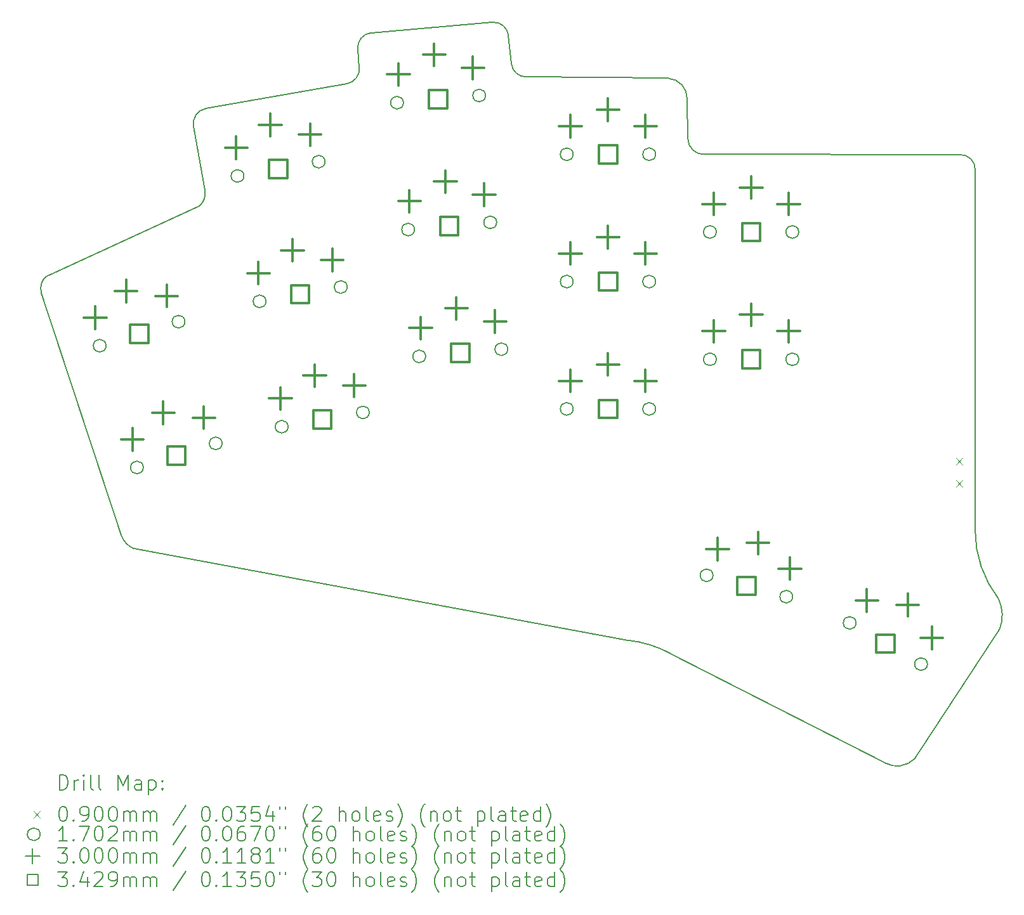
<source format=gbr>
%FSLAX45Y45*%
G04 Gerber Fmt 4.5, Leading zero omitted, Abs format (unit mm)*
G04 Created by KiCad (PCBNEW (6.0.4-0)) date 2022-04-28 13:47:01*
%MOMM*%
%LPD*%
G01*
G04 APERTURE LIST*
%TA.AperFunction,Profile*%
%ADD10C,0.150000*%
%TD*%
%ADD11C,0.200000*%
%ADD12C,0.090000*%
%ADD13C,0.170180*%
%ADD14C,0.300000*%
%ADD15C,0.342900*%
G04 APERTURE END LIST*
D10*
X10251727Y11883106D02*
G75*
G03*
X10450959Y11700537I199233J17424D01*
G01*
X12608825Y10870340D02*
X12598400Y11404600D01*
X8058800Y11611548D02*
G75*
G03*
X8223309Y11825945I-34731J196962D01*
G01*
X16763999Y4318001D02*
G75*
G03*
X16752859Y4733046I-472509J194990D01*
G01*
X16441111Y5648503D02*
G75*
G03*
X16752859Y4733046I1499999J-3D01*
G01*
X6012082Y11047576D02*
X6163049Y10187462D01*
X11806780Y4180264D02*
X5213573Y5402893D01*
X8383412Y12290698D02*
X9997248Y12431891D01*
X5045087Y5585913D02*
G75*
G03*
X5213573Y5402893I284373J92727D01*
G01*
X16241109Y10662943D02*
X12811720Y10667647D01*
X10450959Y11700537D02*
X12344400Y11684000D01*
X3981545Y8816164D02*
X5045086Y5585913D01*
X10213921Y12250083D02*
G75*
G03*
X9997248Y12431891I-199241J-17433D01*
G01*
X12608823Y10870340D02*
G75*
G03*
X12811720Y10667647I208337J5651D01*
G01*
X6174314Y11279267D02*
G75*
G03*
X6012083Y11047576I34730J-196961D01*
G01*
X15635421Y2598579D02*
X16764000Y4318000D01*
X12374669Y4003459D02*
G75*
G03*
X11806780Y4180264I-740959J-1379509D01*
G01*
X15240000Y2540000D02*
X12374669Y4003459D01*
X12598400Y11404600D02*
G75*
G03*
X12344400Y11684000I-271540J8300D01*
G01*
X15239997Y2539995D02*
G75*
G03*
X15635421Y2598579I158233J295765D01*
G01*
X4045827Y9037960D02*
G75*
G03*
X3981545Y8816164I127373J-157130D01*
G01*
X10213918Y12250083D02*
X10251720Y11883106D01*
X6174314Y11279267D02*
X8058800Y11611553D01*
X6089110Y9978178D02*
G75*
G03*
X6163049Y10187462I-151740J171312D01*
G01*
X8383413Y12290696D02*
G75*
G03*
X8201605Y12074028I17427J-199236D01*
G01*
X4045827Y9037960D02*
X6089109Y9978180D01*
X8223309Y11825945D02*
X8201605Y12074028D01*
X16441105Y10464800D02*
G75*
G03*
X16241109Y10662943I-193446J4750D01*
G01*
X16441109Y5648503D02*
X16441109Y10464800D01*
D11*
D12*
X16183737Y6616267D02*
X16273737Y6526267D01*
X16273737Y6616267D02*
X16183737Y6526267D01*
X16183737Y6316267D02*
X16273737Y6226267D01*
X16273737Y6316267D02*
X16183737Y6226267D01*
D13*
X4843348Y8112192D02*
G75*
G03*
X4843348Y8112192I-85090J0D01*
G01*
X4843348Y8112192D02*
G75*
G03*
X4843348Y8112192I-85090J0D01*
G01*
X5340380Y6486474D02*
G75*
G03*
X5340380Y6486474I-85090J0D01*
G01*
X5340380Y6486474D02*
G75*
G03*
X5340380Y6486474I-85090J0D01*
G01*
X5895283Y8433801D02*
G75*
G03*
X5895283Y8433801I-85090J0D01*
G01*
X5895283Y8433801D02*
G75*
G03*
X5895283Y8433801I-85090J0D01*
G01*
X6392315Y6808083D02*
G75*
G03*
X6392315Y6808083I-85090J0D01*
G01*
X6392315Y6808083D02*
G75*
G03*
X6392315Y6808083I-85090J0D01*
G01*
X6682157Y10379000D02*
G75*
G03*
X6682157Y10379000I-85090J0D01*
G01*
X6682157Y10379000D02*
G75*
G03*
X6682157Y10379000I-85090J0D01*
G01*
X6977359Y8704827D02*
G75*
G03*
X6977359Y8704827I-85090J0D01*
G01*
X6977359Y8704827D02*
G75*
G03*
X6977359Y8704827I-85090J0D01*
G01*
X7272560Y7030654D02*
G75*
G03*
X7272560Y7030654I-85090J0D01*
G01*
X7272560Y7030654D02*
G75*
G03*
X7272560Y7030654I-85090J0D01*
G01*
X7765445Y10570013D02*
G75*
G03*
X7765445Y10570013I-85090J0D01*
G01*
X7765445Y10570013D02*
G75*
G03*
X7765445Y10570013I-85090J0D01*
G01*
X8060647Y8895840D02*
G75*
G03*
X8060647Y8895840I-85090J0D01*
G01*
X8060647Y8895840D02*
G75*
G03*
X8060647Y8895840I-85090J0D01*
G01*
X8355849Y7221667D02*
G75*
G03*
X8355849Y7221667I-85090J0D01*
G01*
X8355849Y7221667D02*
G75*
G03*
X8355849Y7221667I-85090J0D01*
G01*
X8811183Y11357012D02*
G75*
G03*
X8811183Y11357012I-85090J0D01*
G01*
X8811183Y11357012D02*
G75*
G03*
X8811183Y11357012I-85090J0D01*
G01*
X8959347Y9663481D02*
G75*
G03*
X8959347Y9663481I-85090J0D01*
G01*
X8959347Y9663481D02*
G75*
G03*
X8959347Y9663481I-85090J0D01*
G01*
X9107512Y7969950D02*
G75*
G03*
X9107512Y7969950I-85090J0D01*
G01*
X9107512Y7969950D02*
G75*
G03*
X9107512Y7969950I-85090J0D01*
G01*
X9906997Y11452883D02*
G75*
G03*
X9906997Y11452883I-85090J0D01*
G01*
X9906997Y11452883D02*
G75*
G03*
X9906997Y11452883I-85090J0D01*
G01*
X10055161Y9759352D02*
G75*
G03*
X10055161Y9759352I-85090J0D01*
G01*
X10055161Y9759352D02*
G75*
G03*
X10055161Y9759352I-85090J0D01*
G01*
X10203326Y8065821D02*
G75*
G03*
X10203326Y8065821I-85090J0D01*
G01*
X10203326Y8065821D02*
G75*
G03*
X10203326Y8065821I-85090J0D01*
G01*
X11076199Y10668602D02*
G75*
G03*
X11076199Y10668602I-85090J0D01*
G01*
X11076199Y10668602D02*
G75*
G03*
X11076199Y10668602I-85090J0D01*
G01*
X11076199Y8968602D02*
G75*
G03*
X11076199Y8968602I-85090J0D01*
G01*
X11076199Y8968602D02*
G75*
G03*
X11076199Y8968602I-85090J0D01*
G01*
X11076199Y7268602D02*
G75*
G03*
X11076199Y7268602I-85090J0D01*
G01*
X11076199Y7268602D02*
G75*
G03*
X11076199Y7268602I-85090J0D01*
G01*
X12176199Y10668602D02*
G75*
G03*
X12176199Y10668602I-85090J0D01*
G01*
X12176199Y10668602D02*
G75*
G03*
X12176199Y10668602I-85090J0D01*
G01*
X12176199Y8968602D02*
G75*
G03*
X12176199Y8968602I-85090J0D01*
G01*
X12176199Y8968602D02*
G75*
G03*
X12176199Y8968602I-85090J0D01*
G01*
X12176199Y7268602D02*
G75*
G03*
X12176199Y7268602I-85090J0D01*
G01*
X12176199Y7268602D02*
G75*
G03*
X12176199Y7268602I-85090J0D01*
G01*
X12942935Y5046224D02*
G75*
G03*
X12942935Y5046224I-85090J0D01*
G01*
X12942935Y5046224D02*
G75*
G03*
X12942935Y5046224I-85090J0D01*
G01*
X12986823Y9631099D02*
G75*
G03*
X12986823Y9631099I-85090J0D01*
G01*
X12986823Y9631099D02*
G75*
G03*
X12986823Y9631099I-85090J0D01*
G01*
X12986823Y7931098D02*
G75*
G03*
X12986823Y7931098I-85090J0D01*
G01*
X12986823Y7931098D02*
G75*
G03*
X12986823Y7931098I-85090J0D01*
G01*
X14005454Y4761523D02*
G75*
G03*
X14005454Y4761523I-85090J0D01*
G01*
X14005454Y4761523D02*
G75*
G03*
X14005454Y4761523I-85090J0D01*
G01*
X14086823Y9631099D02*
G75*
G03*
X14086823Y9631099I-85090J0D01*
G01*
X14086823Y9631099D02*
G75*
G03*
X14086823Y9631099I-85090J0D01*
G01*
X14086823Y7931098D02*
G75*
G03*
X14086823Y7931098I-85090J0D01*
G01*
X14086823Y7931098D02*
G75*
G03*
X14086823Y7931098I-85090J0D01*
G01*
X14851640Y4411021D02*
G75*
G03*
X14851640Y4411021I-85090J0D01*
G01*
X14851640Y4411021D02*
G75*
G03*
X14851640Y4411021I-85090J0D01*
G01*
X15804268Y3861021D02*
G75*
G03*
X15804268Y3861021I-85090J0D01*
G01*
X15804268Y3861021D02*
G75*
G03*
X15804268Y3861021I-85090J0D01*
G01*
D14*
X4696434Y8635425D02*
X4696434Y8335425D01*
X4546434Y8485425D02*
X4846434Y8485425D01*
X5110265Y8991998D02*
X5110265Y8691998D01*
X4960265Y8841998D02*
X5260265Y8841998D01*
X5110265Y8991998D02*
X5110265Y8691998D01*
X4960265Y8841998D02*
X5260265Y8841998D01*
X5193466Y7009707D02*
X5193466Y6709707D01*
X5043466Y6859707D02*
X5343466Y6859707D01*
X5607297Y7366279D02*
X5607297Y7066279D01*
X5457297Y7216279D02*
X5757297Y7216279D01*
X5607297Y7366279D02*
X5607297Y7066279D01*
X5457297Y7216279D02*
X5757297Y7216279D01*
X5652739Y8927796D02*
X5652739Y8627796D01*
X5502739Y8777796D02*
X5802739Y8777796D01*
X6149771Y7302078D02*
X6149771Y7002078D01*
X5999771Y7152078D02*
X6299771Y7152078D01*
X6581189Y10906986D02*
X6581189Y10606986D01*
X6431189Y10756986D02*
X6731189Y10756986D01*
X6876391Y9232812D02*
X6876391Y8932812D01*
X6726391Y9082812D02*
X7026391Y9082812D01*
X7035390Y11210467D02*
X7035390Y10910467D01*
X6885390Y11060467D02*
X7185390Y11060467D01*
X7035390Y11210467D02*
X7035390Y10910467D01*
X6885390Y11060467D02*
X7185390Y11060467D01*
X7171593Y7558639D02*
X7171593Y7258639D01*
X7021593Y7408639D02*
X7321593Y7408639D01*
X7330592Y9536294D02*
X7330592Y9236294D01*
X7180592Y9386294D02*
X7480592Y9386294D01*
X7330592Y9536294D02*
X7330592Y9236294D01*
X7180592Y9386294D02*
X7480592Y9386294D01*
X7565997Y11080634D02*
X7565997Y10780634D01*
X7415997Y10930634D02*
X7715997Y10930634D01*
X7625794Y7862121D02*
X7625794Y7562121D01*
X7475794Y7712121D02*
X7775794Y7712121D01*
X7625794Y7862121D02*
X7625794Y7562121D01*
X7475794Y7712121D02*
X7775794Y7712121D01*
X7861199Y9406461D02*
X7861199Y9106461D01*
X7711199Y9256461D02*
X8011199Y9256461D01*
X8156401Y7732287D02*
X8156401Y7432287D01*
X8006401Y7582287D02*
X8306401Y7582287D01*
X8743219Y11884943D02*
X8743219Y11584943D01*
X8593219Y11734943D02*
X8893219Y11734943D01*
X8891384Y10191412D02*
X8891384Y9891412D01*
X8741384Y10041412D02*
X9041384Y10041412D01*
X9039548Y8497881D02*
X9039548Y8197881D01*
X8889548Y8347881D02*
X9189548Y8347881D01*
X9222142Y12147683D02*
X9222142Y11847683D01*
X9072142Y11997683D02*
X9372142Y11997683D01*
X9222142Y12147683D02*
X9222142Y11847683D01*
X9072142Y11997683D02*
X9372142Y11997683D01*
X9370307Y10454153D02*
X9370307Y10154153D01*
X9220307Y10304153D02*
X9520307Y10304153D01*
X9370307Y10454153D02*
X9370307Y10154153D01*
X9220307Y10304153D02*
X9520307Y10304153D01*
X9518471Y8760622D02*
X9518471Y8460622D01*
X9368471Y8610622D02*
X9668471Y8610622D01*
X9518471Y8760622D02*
X9518471Y8460622D01*
X9368471Y8610622D02*
X9668471Y8610622D01*
X9739414Y11972099D02*
X9739414Y11672099D01*
X9589414Y11822099D02*
X9889414Y11822099D01*
X9887578Y10278568D02*
X9887578Y9978568D01*
X9737578Y10128568D02*
X10037578Y10128568D01*
X10035743Y8585037D02*
X10035743Y8285037D01*
X9885743Y8435037D02*
X10185743Y8435037D01*
X11041109Y11193602D02*
X11041109Y10893602D01*
X10891109Y11043602D02*
X11191109Y11043602D01*
X11041109Y9493602D02*
X11041109Y9193602D01*
X10891109Y9343602D02*
X11191109Y9343602D01*
X11041109Y7793602D02*
X11041109Y7493602D01*
X10891109Y7643602D02*
X11191109Y7643602D01*
X11541109Y11413602D02*
X11541109Y11113602D01*
X11391109Y11263602D02*
X11691109Y11263602D01*
X11541109Y11413602D02*
X11541109Y11113602D01*
X11391109Y11263602D02*
X11691109Y11263602D01*
X11541109Y9713602D02*
X11541109Y9413602D01*
X11391109Y9563602D02*
X11691109Y9563602D01*
X11541109Y9713602D02*
X11541109Y9413602D01*
X11391109Y9563602D02*
X11691109Y9563602D01*
X11541109Y8013602D02*
X11541109Y7713602D01*
X11391109Y7863602D02*
X11691109Y7863602D01*
X11541109Y8013602D02*
X11541109Y7713602D01*
X11391109Y7863602D02*
X11691109Y7863602D01*
X12041109Y11193602D02*
X12041109Y10893602D01*
X11891109Y11043602D02*
X12191109Y11043602D01*
X12041109Y9493602D02*
X12041109Y9193602D01*
X11891109Y9343602D02*
X12191109Y9343602D01*
X12041109Y7793602D02*
X12041109Y7493602D01*
X11891109Y7643602D02*
X12191109Y7643602D01*
X12951733Y10156099D02*
X12951733Y9856099D01*
X12801733Y10006099D02*
X13101733Y10006099D01*
X12951733Y8456099D02*
X12951733Y8156098D01*
X12801733Y8306098D02*
X13101733Y8306098D01*
X13003199Y5545506D02*
X13003199Y5245506D01*
X12853199Y5395506D02*
X13153199Y5395506D01*
X13451733Y10376099D02*
X13451733Y10076099D01*
X13301733Y10226099D02*
X13601733Y10226099D01*
X13451733Y10376099D02*
X13451733Y10076099D01*
X13301733Y10226099D02*
X13601733Y10226099D01*
X13451733Y8676099D02*
X13451733Y8376098D01*
X13301733Y8526099D02*
X13601733Y8526099D01*
X13451733Y8676099D02*
X13451733Y8376098D01*
X13301733Y8526099D02*
X13601733Y8526099D01*
X13543102Y5628600D02*
X13543102Y5328600D01*
X13393102Y5478600D02*
X13693102Y5478600D01*
X13543102Y5628600D02*
X13543102Y5328600D01*
X13393102Y5478600D02*
X13693102Y5478600D01*
X13951733Y10156099D02*
X13951733Y9856099D01*
X13801733Y10006099D02*
X14101733Y10006099D01*
X13951733Y8456099D02*
X13951733Y8156098D01*
X13801733Y8306098D02*
X14101733Y8306098D01*
X13969125Y5286687D02*
X13969125Y4986687D01*
X13819125Y5136687D02*
X14119125Y5136687D01*
X14997352Y4860781D02*
X14997352Y4560781D01*
X14847352Y4710781D02*
X15147352Y4710781D01*
X15540364Y4801306D02*
X15540364Y4501306D01*
X15390364Y4651306D02*
X15690364Y4651306D01*
X15540364Y4801306D02*
X15540364Y4501306D01*
X15390364Y4651306D02*
X15690364Y4651306D01*
X15863377Y4360781D02*
X15863377Y4060781D01*
X15713377Y4210781D02*
X16013377Y4210781D01*
D15*
X5405461Y8151762D02*
X5405461Y8394231D01*
X5162991Y8394231D01*
X5162991Y8151762D01*
X5405461Y8151762D01*
X5405461Y8151762D02*
X5405461Y8394231D01*
X5162991Y8394231D01*
X5162991Y8151762D01*
X5405461Y8151762D01*
X5902492Y6526044D02*
X5902492Y6768513D01*
X5660023Y6768513D01*
X5660023Y6526044D01*
X5902492Y6526044D01*
X5902492Y6526044D02*
X5902492Y6768513D01*
X5660023Y6768513D01*
X5660023Y6526044D01*
X5902492Y6526044D01*
X7259946Y10353272D02*
X7259946Y10595741D01*
X7017476Y10595741D01*
X7017476Y10353272D01*
X7259946Y10353272D01*
X7259946Y10353272D02*
X7259946Y10595741D01*
X7017476Y10595741D01*
X7017476Y10353272D01*
X7259946Y10353272D01*
X7555147Y8679099D02*
X7555147Y8921568D01*
X7312678Y8921568D01*
X7312678Y8679099D01*
X7555147Y8679099D01*
X7555147Y8679099D02*
X7555147Y8921568D01*
X7312678Y8921568D01*
X7312678Y8679099D01*
X7555147Y8679099D01*
X7850349Y7004926D02*
X7850349Y7247395D01*
X7607880Y7247395D01*
X7607880Y7004926D01*
X7850349Y7004926D01*
X7850349Y7004926D02*
X7850349Y7247395D01*
X7607880Y7247395D01*
X7607880Y7004926D01*
X7850349Y7004926D01*
X9395234Y11283713D02*
X9395234Y11526182D01*
X9152765Y11526182D01*
X9152765Y11283713D01*
X9395234Y11283713D01*
X9395234Y11283713D02*
X9395234Y11526182D01*
X9152765Y11526182D01*
X9152765Y11283713D01*
X9395234Y11283713D01*
X9543399Y9590182D02*
X9543399Y9832651D01*
X9300930Y9832651D01*
X9300930Y9590182D01*
X9543399Y9590182D01*
X9543399Y9590182D02*
X9543399Y9832651D01*
X9300930Y9832651D01*
X9300930Y9590182D01*
X9543399Y9590182D01*
X9691564Y7896651D02*
X9691564Y8139120D01*
X9449095Y8139120D01*
X9449095Y7896651D01*
X9691564Y7896651D01*
X9691564Y7896651D02*
X9691564Y8139120D01*
X9449095Y8139120D01*
X9449095Y7896651D01*
X9691564Y7896651D01*
X11662343Y10547367D02*
X11662343Y10789836D01*
X11419874Y10789836D01*
X11419874Y10547367D01*
X11662343Y10547367D01*
X11662343Y10547367D02*
X11662343Y10789836D01*
X11419874Y10789836D01*
X11419874Y10547367D01*
X11662343Y10547367D01*
X11662343Y8847367D02*
X11662343Y9089836D01*
X11419874Y9089836D01*
X11419874Y8847367D01*
X11662343Y8847367D01*
X11662343Y8847367D02*
X11662343Y9089836D01*
X11419874Y9089836D01*
X11419874Y8847367D01*
X11662343Y8847367D01*
X11662343Y7147367D02*
X11662343Y7389836D01*
X11419874Y7389836D01*
X11419874Y7147367D01*
X11662343Y7147367D01*
X11662343Y7147367D02*
X11662343Y7389836D01*
X11419874Y7389836D01*
X11419874Y7147367D01*
X11662343Y7147367D01*
X13510339Y4782639D02*
X13510339Y5025108D01*
X13267870Y5025108D01*
X13267870Y4782639D01*
X13510339Y4782639D01*
X13510339Y4782639D02*
X13510339Y5025108D01*
X13267870Y5025108D01*
X13267870Y4782639D01*
X13510339Y4782639D01*
X13572968Y9509864D02*
X13572968Y9752333D01*
X13330499Y9752333D01*
X13330499Y9509864D01*
X13572968Y9509864D01*
X13572968Y9509864D02*
X13572968Y9752333D01*
X13330499Y9752333D01*
X13330499Y9509864D01*
X13572968Y9509864D01*
X13572968Y7809864D02*
X13572968Y8052333D01*
X13330499Y8052333D01*
X13330499Y7809864D01*
X13572968Y7809864D01*
X13572968Y7809864D02*
X13572968Y8052333D01*
X13330499Y8052333D01*
X13330499Y7809864D01*
X13572968Y7809864D01*
X15364099Y4014787D02*
X15364099Y4257256D01*
X15121630Y4257256D01*
X15121630Y4014787D01*
X15364099Y4014787D01*
X15364099Y4014787D02*
X15364099Y4257256D01*
X15121630Y4257256D01*
X15121630Y4014787D01*
X15364099Y4014787D01*
D11*
X4221048Y2182352D02*
X4221048Y2382352D01*
X4268667Y2382352D01*
X4297239Y2372828D01*
X4316286Y2353780D01*
X4325810Y2334733D01*
X4335334Y2296637D01*
X4335334Y2268066D01*
X4325810Y2229971D01*
X4316286Y2210923D01*
X4297239Y2191875D01*
X4268667Y2182352D01*
X4221048Y2182352D01*
X4421048Y2182352D02*
X4421048Y2315685D01*
X4421048Y2277590D02*
X4430572Y2296637D01*
X4440096Y2306161D01*
X4459144Y2315685D01*
X4478191Y2315685D01*
X4544858Y2182352D02*
X4544858Y2315685D01*
X4544858Y2382352D02*
X4535334Y2372828D01*
X4544858Y2363304D01*
X4554382Y2372828D01*
X4544858Y2382352D01*
X4544858Y2363304D01*
X4668667Y2182352D02*
X4649620Y2191875D01*
X4640096Y2210923D01*
X4640096Y2382352D01*
X4773429Y2182352D02*
X4754382Y2191875D01*
X4744858Y2210923D01*
X4744858Y2382352D01*
X5002001Y2182352D02*
X5002001Y2382352D01*
X5068667Y2239494D01*
X5135334Y2382352D01*
X5135334Y2182352D01*
X5316286Y2182352D02*
X5316286Y2287114D01*
X5306763Y2306161D01*
X5287715Y2315685D01*
X5249620Y2315685D01*
X5230572Y2306161D01*
X5316286Y2191875D02*
X5297239Y2182352D01*
X5249620Y2182352D01*
X5230572Y2191875D01*
X5221048Y2210923D01*
X5221048Y2229971D01*
X5230572Y2249018D01*
X5249620Y2258542D01*
X5297239Y2258542D01*
X5316286Y2268066D01*
X5411525Y2315685D02*
X5411525Y2115685D01*
X5411525Y2306161D02*
X5430572Y2315685D01*
X5468667Y2315685D01*
X5487715Y2306161D01*
X5497239Y2296637D01*
X5506763Y2277590D01*
X5506763Y2220447D01*
X5497239Y2201399D01*
X5487715Y2191875D01*
X5468667Y2182352D01*
X5430572Y2182352D01*
X5411525Y2191875D01*
X5592477Y2201399D02*
X5602001Y2191875D01*
X5592477Y2182352D01*
X5582953Y2191875D01*
X5592477Y2201399D01*
X5592477Y2182352D01*
X5592477Y2306161D02*
X5602001Y2296637D01*
X5592477Y2287114D01*
X5582953Y2296637D01*
X5592477Y2306161D01*
X5592477Y2287114D01*
D12*
X3873429Y1897828D02*
X3963429Y1807828D01*
X3963429Y1897828D02*
X3873429Y1807828D01*
D11*
X4259144Y1962352D02*
X4278191Y1962352D01*
X4297239Y1952828D01*
X4306763Y1943304D01*
X4316286Y1924256D01*
X4325810Y1886161D01*
X4325810Y1838542D01*
X4316286Y1800447D01*
X4306763Y1781399D01*
X4297239Y1771875D01*
X4278191Y1762352D01*
X4259144Y1762352D01*
X4240096Y1771875D01*
X4230572Y1781399D01*
X4221048Y1800447D01*
X4211525Y1838542D01*
X4211525Y1886161D01*
X4221048Y1924256D01*
X4230572Y1943304D01*
X4240096Y1952828D01*
X4259144Y1962352D01*
X4411525Y1781399D02*
X4421048Y1771875D01*
X4411525Y1762352D01*
X4402001Y1771875D01*
X4411525Y1781399D01*
X4411525Y1762352D01*
X4516286Y1762352D02*
X4554382Y1762352D01*
X4573429Y1771875D01*
X4582953Y1781399D01*
X4602001Y1809971D01*
X4611525Y1848066D01*
X4611525Y1924256D01*
X4602001Y1943304D01*
X4592477Y1952828D01*
X4573429Y1962352D01*
X4535334Y1962352D01*
X4516286Y1952828D01*
X4506763Y1943304D01*
X4497239Y1924256D01*
X4497239Y1876637D01*
X4506763Y1857590D01*
X4516286Y1848066D01*
X4535334Y1838542D01*
X4573429Y1838542D01*
X4592477Y1848066D01*
X4602001Y1857590D01*
X4611525Y1876637D01*
X4735334Y1962352D02*
X4754382Y1962352D01*
X4773429Y1952828D01*
X4782953Y1943304D01*
X4792477Y1924256D01*
X4802001Y1886161D01*
X4802001Y1838542D01*
X4792477Y1800447D01*
X4782953Y1781399D01*
X4773429Y1771875D01*
X4754382Y1762352D01*
X4735334Y1762352D01*
X4716286Y1771875D01*
X4706763Y1781399D01*
X4697239Y1800447D01*
X4687715Y1838542D01*
X4687715Y1886161D01*
X4697239Y1924256D01*
X4706763Y1943304D01*
X4716286Y1952828D01*
X4735334Y1962352D01*
X4925810Y1962352D02*
X4944858Y1962352D01*
X4963905Y1952828D01*
X4973429Y1943304D01*
X4982953Y1924256D01*
X4992477Y1886161D01*
X4992477Y1838542D01*
X4982953Y1800447D01*
X4973429Y1781399D01*
X4963905Y1771875D01*
X4944858Y1762352D01*
X4925810Y1762352D01*
X4906763Y1771875D01*
X4897239Y1781399D01*
X4887715Y1800447D01*
X4878191Y1838542D01*
X4878191Y1886161D01*
X4887715Y1924256D01*
X4897239Y1943304D01*
X4906763Y1952828D01*
X4925810Y1962352D01*
X5078191Y1762352D02*
X5078191Y1895685D01*
X5078191Y1876637D02*
X5087715Y1886161D01*
X5106763Y1895685D01*
X5135334Y1895685D01*
X5154382Y1886161D01*
X5163905Y1867113D01*
X5163905Y1762352D01*
X5163905Y1867113D02*
X5173429Y1886161D01*
X5192477Y1895685D01*
X5221048Y1895685D01*
X5240096Y1886161D01*
X5249620Y1867113D01*
X5249620Y1762352D01*
X5344858Y1762352D02*
X5344858Y1895685D01*
X5344858Y1876637D02*
X5354382Y1886161D01*
X5373429Y1895685D01*
X5402001Y1895685D01*
X5421048Y1886161D01*
X5430572Y1867113D01*
X5430572Y1762352D01*
X5430572Y1867113D02*
X5440096Y1886161D01*
X5459144Y1895685D01*
X5487715Y1895685D01*
X5506763Y1886161D01*
X5516286Y1867113D01*
X5516286Y1762352D01*
X5906763Y1971875D02*
X5735334Y1714732D01*
X6163905Y1962352D02*
X6182953Y1962352D01*
X6202001Y1952828D01*
X6211524Y1943304D01*
X6221048Y1924256D01*
X6230572Y1886161D01*
X6230572Y1838542D01*
X6221048Y1800447D01*
X6211524Y1781399D01*
X6202001Y1771875D01*
X6182953Y1762352D01*
X6163905Y1762352D01*
X6144858Y1771875D01*
X6135334Y1781399D01*
X6125810Y1800447D01*
X6116286Y1838542D01*
X6116286Y1886161D01*
X6125810Y1924256D01*
X6135334Y1943304D01*
X6144858Y1952828D01*
X6163905Y1962352D01*
X6316286Y1781399D02*
X6325810Y1771875D01*
X6316286Y1762352D01*
X6306763Y1771875D01*
X6316286Y1781399D01*
X6316286Y1762352D01*
X6449620Y1962352D02*
X6468667Y1962352D01*
X6487715Y1952828D01*
X6497239Y1943304D01*
X6506763Y1924256D01*
X6516286Y1886161D01*
X6516286Y1838542D01*
X6506763Y1800447D01*
X6497239Y1781399D01*
X6487715Y1771875D01*
X6468667Y1762352D01*
X6449620Y1762352D01*
X6430572Y1771875D01*
X6421048Y1781399D01*
X6411524Y1800447D01*
X6402001Y1838542D01*
X6402001Y1886161D01*
X6411524Y1924256D01*
X6421048Y1943304D01*
X6430572Y1952828D01*
X6449620Y1962352D01*
X6582953Y1962352D02*
X6706763Y1962352D01*
X6640096Y1886161D01*
X6668667Y1886161D01*
X6687715Y1876637D01*
X6697239Y1867113D01*
X6706763Y1848066D01*
X6706763Y1800447D01*
X6697239Y1781399D01*
X6687715Y1771875D01*
X6668667Y1762352D01*
X6611524Y1762352D01*
X6592477Y1771875D01*
X6582953Y1781399D01*
X6887715Y1962352D02*
X6792477Y1962352D01*
X6782953Y1867113D01*
X6792477Y1876637D01*
X6811524Y1886161D01*
X6859143Y1886161D01*
X6878191Y1876637D01*
X6887715Y1867113D01*
X6897239Y1848066D01*
X6897239Y1800447D01*
X6887715Y1781399D01*
X6878191Y1771875D01*
X6859143Y1762352D01*
X6811524Y1762352D01*
X6792477Y1771875D01*
X6782953Y1781399D01*
X7068667Y1895685D02*
X7068667Y1762352D01*
X7021048Y1971875D02*
X6973429Y1829018D01*
X7097239Y1829018D01*
X7163905Y1962352D02*
X7163905Y1924256D01*
X7240096Y1962352D02*
X7240096Y1924256D01*
X7535334Y1686161D02*
X7525810Y1695685D01*
X7506763Y1724256D01*
X7497239Y1743304D01*
X7487715Y1771875D01*
X7478191Y1819494D01*
X7478191Y1857590D01*
X7487715Y1905209D01*
X7497239Y1933780D01*
X7506763Y1952828D01*
X7525810Y1981399D01*
X7535334Y1990923D01*
X7602001Y1943304D02*
X7611524Y1952828D01*
X7630572Y1962352D01*
X7678191Y1962352D01*
X7697239Y1952828D01*
X7706763Y1943304D01*
X7716286Y1924256D01*
X7716286Y1905209D01*
X7706763Y1876637D01*
X7592477Y1762352D01*
X7716286Y1762352D01*
X7954382Y1762352D02*
X7954382Y1962352D01*
X8040096Y1762352D02*
X8040096Y1867113D01*
X8030572Y1886161D01*
X8011524Y1895685D01*
X7982953Y1895685D01*
X7963905Y1886161D01*
X7954382Y1876637D01*
X8163905Y1762352D02*
X8144858Y1771875D01*
X8135334Y1781399D01*
X8125810Y1800447D01*
X8125810Y1857590D01*
X8135334Y1876637D01*
X8144858Y1886161D01*
X8163905Y1895685D01*
X8192477Y1895685D01*
X8211524Y1886161D01*
X8221048Y1876637D01*
X8230572Y1857590D01*
X8230572Y1800447D01*
X8221048Y1781399D01*
X8211524Y1771875D01*
X8192477Y1762352D01*
X8163905Y1762352D01*
X8344858Y1762352D02*
X8325810Y1771875D01*
X8316286Y1790923D01*
X8316286Y1962352D01*
X8497239Y1771875D02*
X8478191Y1762352D01*
X8440096Y1762352D01*
X8421048Y1771875D01*
X8411525Y1790923D01*
X8411525Y1867113D01*
X8421048Y1886161D01*
X8440096Y1895685D01*
X8478191Y1895685D01*
X8497239Y1886161D01*
X8506763Y1867113D01*
X8506763Y1848066D01*
X8411525Y1829018D01*
X8582953Y1771875D02*
X8602001Y1762352D01*
X8640096Y1762352D01*
X8659144Y1771875D01*
X8668667Y1790923D01*
X8668667Y1800447D01*
X8659144Y1819494D01*
X8640096Y1829018D01*
X8611525Y1829018D01*
X8592477Y1838542D01*
X8582953Y1857590D01*
X8582953Y1867113D01*
X8592477Y1886161D01*
X8611525Y1895685D01*
X8640096Y1895685D01*
X8659144Y1886161D01*
X8735334Y1686161D02*
X8744858Y1695685D01*
X8763905Y1724256D01*
X8773429Y1743304D01*
X8782953Y1771875D01*
X8792477Y1819494D01*
X8792477Y1857590D01*
X8782953Y1905209D01*
X8773429Y1933780D01*
X8763905Y1952828D01*
X8744858Y1981399D01*
X8735334Y1990923D01*
X9097239Y1686161D02*
X9087715Y1695685D01*
X9068667Y1724256D01*
X9059144Y1743304D01*
X9049620Y1771875D01*
X9040096Y1819494D01*
X9040096Y1857590D01*
X9049620Y1905209D01*
X9059144Y1933780D01*
X9068667Y1952828D01*
X9087715Y1981399D01*
X9097239Y1990923D01*
X9173429Y1895685D02*
X9173429Y1762352D01*
X9173429Y1876637D02*
X9182953Y1886161D01*
X9202001Y1895685D01*
X9230572Y1895685D01*
X9249620Y1886161D01*
X9259144Y1867113D01*
X9259144Y1762352D01*
X9382953Y1762352D02*
X9363905Y1771875D01*
X9354382Y1781399D01*
X9344858Y1800447D01*
X9344858Y1857590D01*
X9354382Y1876637D01*
X9363905Y1886161D01*
X9382953Y1895685D01*
X9411525Y1895685D01*
X9430572Y1886161D01*
X9440096Y1876637D01*
X9449620Y1857590D01*
X9449620Y1800447D01*
X9440096Y1781399D01*
X9430572Y1771875D01*
X9411525Y1762352D01*
X9382953Y1762352D01*
X9506763Y1895685D02*
X9582953Y1895685D01*
X9535334Y1962352D02*
X9535334Y1790923D01*
X9544858Y1771875D01*
X9563905Y1762352D01*
X9582953Y1762352D01*
X9802001Y1895685D02*
X9802001Y1695685D01*
X9802001Y1886161D02*
X9821048Y1895685D01*
X9859144Y1895685D01*
X9878191Y1886161D01*
X9887715Y1876637D01*
X9897239Y1857590D01*
X9897239Y1800447D01*
X9887715Y1781399D01*
X9878191Y1771875D01*
X9859144Y1762352D01*
X9821048Y1762352D01*
X9802001Y1771875D01*
X10011525Y1762352D02*
X9992477Y1771875D01*
X9982953Y1790923D01*
X9982953Y1962352D01*
X10173429Y1762352D02*
X10173429Y1867113D01*
X10163905Y1886161D01*
X10144858Y1895685D01*
X10106763Y1895685D01*
X10087715Y1886161D01*
X10173429Y1771875D02*
X10154382Y1762352D01*
X10106763Y1762352D01*
X10087715Y1771875D01*
X10078191Y1790923D01*
X10078191Y1809971D01*
X10087715Y1829018D01*
X10106763Y1838542D01*
X10154382Y1838542D01*
X10173429Y1848066D01*
X10240096Y1895685D02*
X10316286Y1895685D01*
X10268667Y1962352D02*
X10268667Y1790923D01*
X10278191Y1771875D01*
X10297239Y1762352D01*
X10316286Y1762352D01*
X10459144Y1771875D02*
X10440096Y1762352D01*
X10402001Y1762352D01*
X10382953Y1771875D01*
X10373429Y1790923D01*
X10373429Y1867113D01*
X10382953Y1886161D01*
X10402001Y1895685D01*
X10440096Y1895685D01*
X10459144Y1886161D01*
X10468667Y1867113D01*
X10468667Y1848066D01*
X10373429Y1829018D01*
X10640096Y1762352D02*
X10640096Y1962352D01*
X10640096Y1771875D02*
X10621048Y1762352D01*
X10582953Y1762352D01*
X10563905Y1771875D01*
X10554382Y1781399D01*
X10544858Y1800447D01*
X10544858Y1857590D01*
X10554382Y1876637D01*
X10563905Y1886161D01*
X10582953Y1895685D01*
X10621048Y1895685D01*
X10640096Y1886161D01*
X10716286Y1686161D02*
X10725810Y1695685D01*
X10744858Y1724256D01*
X10754382Y1743304D01*
X10763905Y1771875D01*
X10773429Y1819494D01*
X10773429Y1857590D01*
X10763905Y1905209D01*
X10754382Y1933780D01*
X10744858Y1952828D01*
X10725810Y1981399D01*
X10716286Y1990923D01*
D13*
X3963429Y1588828D02*
G75*
G03*
X3963429Y1588828I-85090J0D01*
G01*
D11*
X4325810Y1498352D02*
X4211525Y1498352D01*
X4268667Y1498352D02*
X4268667Y1698352D01*
X4249620Y1669780D01*
X4230572Y1650732D01*
X4211525Y1641209D01*
X4411525Y1517399D02*
X4421048Y1507875D01*
X4411525Y1498352D01*
X4402001Y1507875D01*
X4411525Y1517399D01*
X4411525Y1498352D01*
X4487715Y1698352D02*
X4621048Y1698352D01*
X4535334Y1498352D01*
X4735334Y1698352D02*
X4754382Y1698352D01*
X4773429Y1688828D01*
X4782953Y1679304D01*
X4792477Y1660256D01*
X4802001Y1622161D01*
X4802001Y1574542D01*
X4792477Y1536447D01*
X4782953Y1517399D01*
X4773429Y1507875D01*
X4754382Y1498352D01*
X4735334Y1498352D01*
X4716286Y1507875D01*
X4706763Y1517399D01*
X4697239Y1536447D01*
X4687715Y1574542D01*
X4687715Y1622161D01*
X4697239Y1660256D01*
X4706763Y1679304D01*
X4716286Y1688828D01*
X4735334Y1698352D01*
X4878191Y1679304D02*
X4887715Y1688828D01*
X4906763Y1698352D01*
X4954382Y1698352D01*
X4973429Y1688828D01*
X4982953Y1679304D01*
X4992477Y1660256D01*
X4992477Y1641209D01*
X4982953Y1612637D01*
X4868667Y1498352D01*
X4992477Y1498352D01*
X5078191Y1498352D02*
X5078191Y1631685D01*
X5078191Y1612637D02*
X5087715Y1622161D01*
X5106763Y1631685D01*
X5135334Y1631685D01*
X5154382Y1622161D01*
X5163905Y1603113D01*
X5163905Y1498352D01*
X5163905Y1603113D02*
X5173429Y1622161D01*
X5192477Y1631685D01*
X5221048Y1631685D01*
X5240096Y1622161D01*
X5249620Y1603113D01*
X5249620Y1498352D01*
X5344858Y1498352D02*
X5344858Y1631685D01*
X5344858Y1612637D02*
X5354382Y1622161D01*
X5373429Y1631685D01*
X5402001Y1631685D01*
X5421048Y1622161D01*
X5430572Y1603113D01*
X5430572Y1498352D01*
X5430572Y1603113D02*
X5440096Y1622161D01*
X5459144Y1631685D01*
X5487715Y1631685D01*
X5506763Y1622161D01*
X5516286Y1603113D01*
X5516286Y1498352D01*
X5906763Y1707875D02*
X5735334Y1450732D01*
X6163905Y1698352D02*
X6182953Y1698352D01*
X6202001Y1688828D01*
X6211524Y1679304D01*
X6221048Y1660256D01*
X6230572Y1622161D01*
X6230572Y1574542D01*
X6221048Y1536447D01*
X6211524Y1517399D01*
X6202001Y1507875D01*
X6182953Y1498352D01*
X6163905Y1498352D01*
X6144858Y1507875D01*
X6135334Y1517399D01*
X6125810Y1536447D01*
X6116286Y1574542D01*
X6116286Y1622161D01*
X6125810Y1660256D01*
X6135334Y1679304D01*
X6144858Y1688828D01*
X6163905Y1698352D01*
X6316286Y1517399D02*
X6325810Y1507875D01*
X6316286Y1498352D01*
X6306763Y1507875D01*
X6316286Y1517399D01*
X6316286Y1498352D01*
X6449620Y1698352D02*
X6468667Y1698352D01*
X6487715Y1688828D01*
X6497239Y1679304D01*
X6506763Y1660256D01*
X6516286Y1622161D01*
X6516286Y1574542D01*
X6506763Y1536447D01*
X6497239Y1517399D01*
X6487715Y1507875D01*
X6468667Y1498352D01*
X6449620Y1498352D01*
X6430572Y1507875D01*
X6421048Y1517399D01*
X6411524Y1536447D01*
X6402001Y1574542D01*
X6402001Y1622161D01*
X6411524Y1660256D01*
X6421048Y1679304D01*
X6430572Y1688828D01*
X6449620Y1698352D01*
X6687715Y1698352D02*
X6649620Y1698352D01*
X6630572Y1688828D01*
X6621048Y1679304D01*
X6602001Y1650732D01*
X6592477Y1612637D01*
X6592477Y1536447D01*
X6602001Y1517399D01*
X6611524Y1507875D01*
X6630572Y1498352D01*
X6668667Y1498352D01*
X6687715Y1507875D01*
X6697239Y1517399D01*
X6706763Y1536447D01*
X6706763Y1584066D01*
X6697239Y1603113D01*
X6687715Y1612637D01*
X6668667Y1622161D01*
X6630572Y1622161D01*
X6611524Y1612637D01*
X6602001Y1603113D01*
X6592477Y1584066D01*
X6773429Y1698352D02*
X6906763Y1698352D01*
X6821048Y1498352D01*
X7021048Y1698352D02*
X7040096Y1698352D01*
X7059143Y1688828D01*
X7068667Y1679304D01*
X7078191Y1660256D01*
X7087715Y1622161D01*
X7087715Y1574542D01*
X7078191Y1536447D01*
X7068667Y1517399D01*
X7059143Y1507875D01*
X7040096Y1498352D01*
X7021048Y1498352D01*
X7002001Y1507875D01*
X6992477Y1517399D01*
X6982953Y1536447D01*
X6973429Y1574542D01*
X6973429Y1622161D01*
X6982953Y1660256D01*
X6992477Y1679304D01*
X7002001Y1688828D01*
X7021048Y1698352D01*
X7163905Y1698352D02*
X7163905Y1660256D01*
X7240096Y1698352D02*
X7240096Y1660256D01*
X7535334Y1422161D02*
X7525810Y1431685D01*
X7506763Y1460256D01*
X7497239Y1479304D01*
X7487715Y1507875D01*
X7478191Y1555494D01*
X7478191Y1593590D01*
X7487715Y1641209D01*
X7497239Y1669780D01*
X7506763Y1688828D01*
X7525810Y1717399D01*
X7535334Y1726923D01*
X7697239Y1698352D02*
X7659143Y1698352D01*
X7640096Y1688828D01*
X7630572Y1679304D01*
X7611524Y1650732D01*
X7602001Y1612637D01*
X7602001Y1536447D01*
X7611524Y1517399D01*
X7621048Y1507875D01*
X7640096Y1498352D01*
X7678191Y1498352D01*
X7697239Y1507875D01*
X7706763Y1517399D01*
X7716286Y1536447D01*
X7716286Y1584066D01*
X7706763Y1603113D01*
X7697239Y1612637D01*
X7678191Y1622161D01*
X7640096Y1622161D01*
X7621048Y1612637D01*
X7611524Y1603113D01*
X7602001Y1584066D01*
X7840096Y1698352D02*
X7859143Y1698352D01*
X7878191Y1688828D01*
X7887715Y1679304D01*
X7897239Y1660256D01*
X7906763Y1622161D01*
X7906763Y1574542D01*
X7897239Y1536447D01*
X7887715Y1517399D01*
X7878191Y1507875D01*
X7859143Y1498352D01*
X7840096Y1498352D01*
X7821048Y1507875D01*
X7811524Y1517399D01*
X7802001Y1536447D01*
X7792477Y1574542D01*
X7792477Y1622161D01*
X7802001Y1660256D01*
X7811524Y1679304D01*
X7821048Y1688828D01*
X7840096Y1698352D01*
X8144858Y1498352D02*
X8144858Y1698352D01*
X8230572Y1498352D02*
X8230572Y1603113D01*
X8221048Y1622161D01*
X8202001Y1631685D01*
X8173429Y1631685D01*
X8154382Y1622161D01*
X8144858Y1612637D01*
X8354382Y1498352D02*
X8335334Y1507875D01*
X8325810Y1517399D01*
X8316286Y1536447D01*
X8316286Y1593590D01*
X8325810Y1612637D01*
X8335334Y1622161D01*
X8354382Y1631685D01*
X8382953Y1631685D01*
X8402001Y1622161D01*
X8411525Y1612637D01*
X8421048Y1593590D01*
X8421048Y1536447D01*
X8411525Y1517399D01*
X8402001Y1507875D01*
X8382953Y1498352D01*
X8354382Y1498352D01*
X8535334Y1498352D02*
X8516286Y1507875D01*
X8506763Y1526923D01*
X8506763Y1698352D01*
X8687715Y1507875D02*
X8668667Y1498352D01*
X8630572Y1498352D01*
X8611525Y1507875D01*
X8602001Y1526923D01*
X8602001Y1603113D01*
X8611525Y1622161D01*
X8630572Y1631685D01*
X8668667Y1631685D01*
X8687715Y1622161D01*
X8697239Y1603113D01*
X8697239Y1584066D01*
X8602001Y1565018D01*
X8773429Y1507875D02*
X8792477Y1498352D01*
X8830572Y1498352D01*
X8849620Y1507875D01*
X8859144Y1526923D01*
X8859144Y1536447D01*
X8849620Y1555494D01*
X8830572Y1565018D01*
X8802001Y1565018D01*
X8782953Y1574542D01*
X8773429Y1593590D01*
X8773429Y1603113D01*
X8782953Y1622161D01*
X8802001Y1631685D01*
X8830572Y1631685D01*
X8849620Y1622161D01*
X8925810Y1422161D02*
X8935334Y1431685D01*
X8954382Y1460256D01*
X8963905Y1479304D01*
X8973429Y1507875D01*
X8982953Y1555494D01*
X8982953Y1593590D01*
X8973429Y1641209D01*
X8963905Y1669780D01*
X8954382Y1688828D01*
X8935334Y1717399D01*
X8925810Y1726923D01*
X9287715Y1422161D02*
X9278191Y1431685D01*
X9259144Y1460256D01*
X9249620Y1479304D01*
X9240096Y1507875D01*
X9230572Y1555494D01*
X9230572Y1593590D01*
X9240096Y1641209D01*
X9249620Y1669780D01*
X9259144Y1688828D01*
X9278191Y1717399D01*
X9287715Y1726923D01*
X9363905Y1631685D02*
X9363905Y1498352D01*
X9363905Y1612637D02*
X9373429Y1622161D01*
X9392477Y1631685D01*
X9421048Y1631685D01*
X9440096Y1622161D01*
X9449620Y1603113D01*
X9449620Y1498352D01*
X9573429Y1498352D02*
X9554382Y1507875D01*
X9544858Y1517399D01*
X9535334Y1536447D01*
X9535334Y1593590D01*
X9544858Y1612637D01*
X9554382Y1622161D01*
X9573429Y1631685D01*
X9602001Y1631685D01*
X9621048Y1622161D01*
X9630572Y1612637D01*
X9640096Y1593590D01*
X9640096Y1536447D01*
X9630572Y1517399D01*
X9621048Y1507875D01*
X9602001Y1498352D01*
X9573429Y1498352D01*
X9697239Y1631685D02*
X9773429Y1631685D01*
X9725810Y1698352D02*
X9725810Y1526923D01*
X9735334Y1507875D01*
X9754382Y1498352D01*
X9773429Y1498352D01*
X9992477Y1631685D02*
X9992477Y1431685D01*
X9992477Y1622161D02*
X10011525Y1631685D01*
X10049620Y1631685D01*
X10068667Y1622161D01*
X10078191Y1612637D01*
X10087715Y1593590D01*
X10087715Y1536447D01*
X10078191Y1517399D01*
X10068667Y1507875D01*
X10049620Y1498352D01*
X10011525Y1498352D01*
X9992477Y1507875D01*
X10202001Y1498352D02*
X10182953Y1507875D01*
X10173429Y1526923D01*
X10173429Y1698352D01*
X10363905Y1498352D02*
X10363905Y1603113D01*
X10354382Y1622161D01*
X10335334Y1631685D01*
X10297239Y1631685D01*
X10278191Y1622161D01*
X10363905Y1507875D02*
X10344858Y1498352D01*
X10297239Y1498352D01*
X10278191Y1507875D01*
X10268667Y1526923D01*
X10268667Y1545971D01*
X10278191Y1565018D01*
X10297239Y1574542D01*
X10344858Y1574542D01*
X10363905Y1584066D01*
X10430572Y1631685D02*
X10506763Y1631685D01*
X10459144Y1698352D02*
X10459144Y1526923D01*
X10468667Y1507875D01*
X10487715Y1498352D01*
X10506763Y1498352D01*
X10649620Y1507875D02*
X10630572Y1498352D01*
X10592477Y1498352D01*
X10573429Y1507875D01*
X10563905Y1526923D01*
X10563905Y1603113D01*
X10573429Y1622161D01*
X10592477Y1631685D01*
X10630572Y1631685D01*
X10649620Y1622161D01*
X10659144Y1603113D01*
X10659144Y1584066D01*
X10563905Y1565018D01*
X10830572Y1498352D02*
X10830572Y1698352D01*
X10830572Y1507875D02*
X10811525Y1498352D01*
X10773429Y1498352D01*
X10754382Y1507875D01*
X10744858Y1517399D01*
X10735334Y1536447D01*
X10735334Y1593590D01*
X10744858Y1612637D01*
X10754382Y1622161D01*
X10773429Y1631685D01*
X10811525Y1631685D01*
X10830572Y1622161D01*
X10906763Y1422161D02*
X10916286Y1431685D01*
X10935334Y1460256D01*
X10944858Y1479304D01*
X10954382Y1507875D01*
X10963905Y1555494D01*
X10963905Y1593590D01*
X10954382Y1641209D01*
X10944858Y1669780D01*
X10935334Y1688828D01*
X10916286Y1717399D01*
X10906763Y1726923D01*
X3863429Y1398648D02*
X3863429Y1198648D01*
X3763429Y1298648D02*
X3963429Y1298648D01*
X4202001Y1408172D02*
X4325810Y1408172D01*
X4259144Y1331981D01*
X4287715Y1331981D01*
X4306763Y1322457D01*
X4316286Y1312934D01*
X4325810Y1293886D01*
X4325810Y1246267D01*
X4316286Y1227219D01*
X4306763Y1217695D01*
X4287715Y1208172D01*
X4230572Y1208172D01*
X4211525Y1217695D01*
X4202001Y1227219D01*
X4411525Y1227219D02*
X4421048Y1217695D01*
X4411525Y1208172D01*
X4402001Y1217695D01*
X4411525Y1227219D01*
X4411525Y1208172D01*
X4544858Y1408172D02*
X4563905Y1408172D01*
X4582953Y1398648D01*
X4592477Y1389124D01*
X4602001Y1370076D01*
X4611525Y1331981D01*
X4611525Y1284362D01*
X4602001Y1246267D01*
X4592477Y1227219D01*
X4582953Y1217695D01*
X4563905Y1208172D01*
X4544858Y1208172D01*
X4525810Y1217695D01*
X4516286Y1227219D01*
X4506763Y1246267D01*
X4497239Y1284362D01*
X4497239Y1331981D01*
X4506763Y1370076D01*
X4516286Y1389124D01*
X4525810Y1398648D01*
X4544858Y1408172D01*
X4735334Y1408172D02*
X4754382Y1408172D01*
X4773429Y1398648D01*
X4782953Y1389124D01*
X4792477Y1370076D01*
X4802001Y1331981D01*
X4802001Y1284362D01*
X4792477Y1246267D01*
X4782953Y1227219D01*
X4773429Y1217695D01*
X4754382Y1208172D01*
X4735334Y1208172D01*
X4716286Y1217695D01*
X4706763Y1227219D01*
X4697239Y1246267D01*
X4687715Y1284362D01*
X4687715Y1331981D01*
X4697239Y1370076D01*
X4706763Y1389124D01*
X4716286Y1398648D01*
X4735334Y1408172D01*
X4925810Y1408172D02*
X4944858Y1408172D01*
X4963905Y1398648D01*
X4973429Y1389124D01*
X4982953Y1370076D01*
X4992477Y1331981D01*
X4992477Y1284362D01*
X4982953Y1246267D01*
X4973429Y1227219D01*
X4963905Y1217695D01*
X4944858Y1208172D01*
X4925810Y1208172D01*
X4906763Y1217695D01*
X4897239Y1227219D01*
X4887715Y1246267D01*
X4878191Y1284362D01*
X4878191Y1331981D01*
X4887715Y1370076D01*
X4897239Y1389124D01*
X4906763Y1398648D01*
X4925810Y1408172D01*
X5078191Y1208172D02*
X5078191Y1341505D01*
X5078191Y1322457D02*
X5087715Y1331981D01*
X5106763Y1341505D01*
X5135334Y1341505D01*
X5154382Y1331981D01*
X5163905Y1312934D01*
X5163905Y1208172D01*
X5163905Y1312934D02*
X5173429Y1331981D01*
X5192477Y1341505D01*
X5221048Y1341505D01*
X5240096Y1331981D01*
X5249620Y1312934D01*
X5249620Y1208172D01*
X5344858Y1208172D02*
X5344858Y1341505D01*
X5344858Y1322457D02*
X5354382Y1331981D01*
X5373429Y1341505D01*
X5402001Y1341505D01*
X5421048Y1331981D01*
X5430572Y1312934D01*
X5430572Y1208172D01*
X5430572Y1312934D02*
X5440096Y1331981D01*
X5459144Y1341505D01*
X5487715Y1341505D01*
X5506763Y1331981D01*
X5516286Y1312934D01*
X5516286Y1208172D01*
X5906763Y1417695D02*
X5735334Y1160553D01*
X6163905Y1408172D02*
X6182953Y1408172D01*
X6202001Y1398648D01*
X6211524Y1389124D01*
X6221048Y1370076D01*
X6230572Y1331981D01*
X6230572Y1284362D01*
X6221048Y1246267D01*
X6211524Y1227219D01*
X6202001Y1217695D01*
X6182953Y1208172D01*
X6163905Y1208172D01*
X6144858Y1217695D01*
X6135334Y1227219D01*
X6125810Y1246267D01*
X6116286Y1284362D01*
X6116286Y1331981D01*
X6125810Y1370076D01*
X6135334Y1389124D01*
X6144858Y1398648D01*
X6163905Y1408172D01*
X6316286Y1227219D02*
X6325810Y1217695D01*
X6316286Y1208172D01*
X6306763Y1217695D01*
X6316286Y1227219D01*
X6316286Y1208172D01*
X6516286Y1208172D02*
X6402001Y1208172D01*
X6459143Y1208172D02*
X6459143Y1408172D01*
X6440096Y1379600D01*
X6421048Y1360553D01*
X6402001Y1351029D01*
X6706763Y1208172D02*
X6592477Y1208172D01*
X6649620Y1208172D02*
X6649620Y1408172D01*
X6630572Y1379600D01*
X6611524Y1360553D01*
X6592477Y1351029D01*
X6821048Y1322457D02*
X6802001Y1331981D01*
X6792477Y1341505D01*
X6782953Y1360553D01*
X6782953Y1370076D01*
X6792477Y1389124D01*
X6802001Y1398648D01*
X6821048Y1408172D01*
X6859143Y1408172D01*
X6878191Y1398648D01*
X6887715Y1389124D01*
X6897239Y1370076D01*
X6897239Y1360553D01*
X6887715Y1341505D01*
X6878191Y1331981D01*
X6859143Y1322457D01*
X6821048Y1322457D01*
X6802001Y1312934D01*
X6792477Y1303410D01*
X6782953Y1284362D01*
X6782953Y1246267D01*
X6792477Y1227219D01*
X6802001Y1217695D01*
X6821048Y1208172D01*
X6859143Y1208172D01*
X6878191Y1217695D01*
X6887715Y1227219D01*
X6897239Y1246267D01*
X6897239Y1284362D01*
X6887715Y1303410D01*
X6878191Y1312934D01*
X6859143Y1322457D01*
X7087715Y1208172D02*
X6973429Y1208172D01*
X7030572Y1208172D02*
X7030572Y1408172D01*
X7011524Y1379600D01*
X6992477Y1360553D01*
X6973429Y1351029D01*
X7163905Y1408172D02*
X7163905Y1370076D01*
X7240096Y1408172D02*
X7240096Y1370076D01*
X7535334Y1131981D02*
X7525810Y1141505D01*
X7506763Y1170076D01*
X7497239Y1189124D01*
X7487715Y1217695D01*
X7478191Y1265314D01*
X7478191Y1303410D01*
X7487715Y1351029D01*
X7497239Y1379600D01*
X7506763Y1398648D01*
X7525810Y1427219D01*
X7535334Y1436743D01*
X7697239Y1408172D02*
X7659143Y1408172D01*
X7640096Y1398648D01*
X7630572Y1389124D01*
X7611524Y1360553D01*
X7602001Y1322457D01*
X7602001Y1246267D01*
X7611524Y1227219D01*
X7621048Y1217695D01*
X7640096Y1208172D01*
X7678191Y1208172D01*
X7697239Y1217695D01*
X7706763Y1227219D01*
X7716286Y1246267D01*
X7716286Y1293886D01*
X7706763Y1312934D01*
X7697239Y1322457D01*
X7678191Y1331981D01*
X7640096Y1331981D01*
X7621048Y1322457D01*
X7611524Y1312934D01*
X7602001Y1293886D01*
X7840096Y1408172D02*
X7859143Y1408172D01*
X7878191Y1398648D01*
X7887715Y1389124D01*
X7897239Y1370076D01*
X7906763Y1331981D01*
X7906763Y1284362D01*
X7897239Y1246267D01*
X7887715Y1227219D01*
X7878191Y1217695D01*
X7859143Y1208172D01*
X7840096Y1208172D01*
X7821048Y1217695D01*
X7811524Y1227219D01*
X7802001Y1246267D01*
X7792477Y1284362D01*
X7792477Y1331981D01*
X7802001Y1370076D01*
X7811524Y1389124D01*
X7821048Y1398648D01*
X7840096Y1408172D01*
X8144858Y1208172D02*
X8144858Y1408172D01*
X8230572Y1208172D02*
X8230572Y1312934D01*
X8221048Y1331981D01*
X8202001Y1341505D01*
X8173429Y1341505D01*
X8154382Y1331981D01*
X8144858Y1322457D01*
X8354382Y1208172D02*
X8335334Y1217695D01*
X8325810Y1227219D01*
X8316286Y1246267D01*
X8316286Y1303410D01*
X8325810Y1322457D01*
X8335334Y1331981D01*
X8354382Y1341505D01*
X8382953Y1341505D01*
X8402001Y1331981D01*
X8411525Y1322457D01*
X8421048Y1303410D01*
X8421048Y1246267D01*
X8411525Y1227219D01*
X8402001Y1217695D01*
X8382953Y1208172D01*
X8354382Y1208172D01*
X8535334Y1208172D02*
X8516286Y1217695D01*
X8506763Y1236743D01*
X8506763Y1408172D01*
X8687715Y1217695D02*
X8668667Y1208172D01*
X8630572Y1208172D01*
X8611525Y1217695D01*
X8602001Y1236743D01*
X8602001Y1312934D01*
X8611525Y1331981D01*
X8630572Y1341505D01*
X8668667Y1341505D01*
X8687715Y1331981D01*
X8697239Y1312934D01*
X8697239Y1293886D01*
X8602001Y1274838D01*
X8773429Y1217695D02*
X8792477Y1208172D01*
X8830572Y1208172D01*
X8849620Y1217695D01*
X8859144Y1236743D01*
X8859144Y1246267D01*
X8849620Y1265314D01*
X8830572Y1274838D01*
X8802001Y1274838D01*
X8782953Y1284362D01*
X8773429Y1303410D01*
X8773429Y1312934D01*
X8782953Y1331981D01*
X8802001Y1341505D01*
X8830572Y1341505D01*
X8849620Y1331981D01*
X8925810Y1131981D02*
X8935334Y1141505D01*
X8954382Y1170076D01*
X8963905Y1189124D01*
X8973429Y1217695D01*
X8982953Y1265314D01*
X8982953Y1303410D01*
X8973429Y1351029D01*
X8963905Y1379600D01*
X8954382Y1398648D01*
X8935334Y1427219D01*
X8925810Y1436743D01*
X9287715Y1131981D02*
X9278191Y1141505D01*
X9259144Y1170076D01*
X9249620Y1189124D01*
X9240096Y1217695D01*
X9230572Y1265314D01*
X9230572Y1303410D01*
X9240096Y1351029D01*
X9249620Y1379600D01*
X9259144Y1398648D01*
X9278191Y1427219D01*
X9287715Y1436743D01*
X9363905Y1341505D02*
X9363905Y1208172D01*
X9363905Y1322457D02*
X9373429Y1331981D01*
X9392477Y1341505D01*
X9421048Y1341505D01*
X9440096Y1331981D01*
X9449620Y1312934D01*
X9449620Y1208172D01*
X9573429Y1208172D02*
X9554382Y1217695D01*
X9544858Y1227219D01*
X9535334Y1246267D01*
X9535334Y1303410D01*
X9544858Y1322457D01*
X9554382Y1331981D01*
X9573429Y1341505D01*
X9602001Y1341505D01*
X9621048Y1331981D01*
X9630572Y1322457D01*
X9640096Y1303410D01*
X9640096Y1246267D01*
X9630572Y1227219D01*
X9621048Y1217695D01*
X9602001Y1208172D01*
X9573429Y1208172D01*
X9697239Y1341505D02*
X9773429Y1341505D01*
X9725810Y1408172D02*
X9725810Y1236743D01*
X9735334Y1217695D01*
X9754382Y1208172D01*
X9773429Y1208172D01*
X9992477Y1341505D02*
X9992477Y1141505D01*
X9992477Y1331981D02*
X10011525Y1341505D01*
X10049620Y1341505D01*
X10068667Y1331981D01*
X10078191Y1322457D01*
X10087715Y1303410D01*
X10087715Y1246267D01*
X10078191Y1227219D01*
X10068667Y1217695D01*
X10049620Y1208172D01*
X10011525Y1208172D01*
X9992477Y1217695D01*
X10202001Y1208172D02*
X10182953Y1217695D01*
X10173429Y1236743D01*
X10173429Y1408172D01*
X10363905Y1208172D02*
X10363905Y1312934D01*
X10354382Y1331981D01*
X10335334Y1341505D01*
X10297239Y1341505D01*
X10278191Y1331981D01*
X10363905Y1217695D02*
X10344858Y1208172D01*
X10297239Y1208172D01*
X10278191Y1217695D01*
X10268667Y1236743D01*
X10268667Y1255791D01*
X10278191Y1274838D01*
X10297239Y1284362D01*
X10344858Y1284362D01*
X10363905Y1293886D01*
X10430572Y1341505D02*
X10506763Y1341505D01*
X10459144Y1408172D02*
X10459144Y1236743D01*
X10468667Y1217695D01*
X10487715Y1208172D01*
X10506763Y1208172D01*
X10649620Y1217695D02*
X10630572Y1208172D01*
X10592477Y1208172D01*
X10573429Y1217695D01*
X10563905Y1236743D01*
X10563905Y1312934D01*
X10573429Y1331981D01*
X10592477Y1341505D01*
X10630572Y1341505D01*
X10649620Y1331981D01*
X10659144Y1312934D01*
X10659144Y1293886D01*
X10563905Y1274838D01*
X10830572Y1208172D02*
X10830572Y1408172D01*
X10830572Y1217695D02*
X10811525Y1208172D01*
X10773429Y1208172D01*
X10754382Y1217695D01*
X10744858Y1227219D01*
X10735334Y1246267D01*
X10735334Y1303410D01*
X10744858Y1322457D01*
X10754382Y1331981D01*
X10773429Y1341505D01*
X10811525Y1341505D01*
X10830572Y1331981D01*
X10906763Y1131981D02*
X10916286Y1141505D01*
X10935334Y1170076D01*
X10944858Y1189124D01*
X10954382Y1217695D01*
X10963905Y1265314D01*
X10963905Y1303410D01*
X10954382Y1351029D01*
X10944858Y1379600D01*
X10935334Y1398648D01*
X10916286Y1427219D01*
X10906763Y1436743D01*
X3934141Y907936D02*
X3934141Y1049359D01*
X3792718Y1049359D01*
X3792718Y907936D01*
X3934141Y907936D01*
X4202001Y1088172D02*
X4325810Y1088172D01*
X4259144Y1011981D01*
X4287715Y1011981D01*
X4306763Y1002457D01*
X4316286Y992933D01*
X4325810Y973886D01*
X4325810Y926267D01*
X4316286Y907219D01*
X4306763Y897695D01*
X4287715Y888172D01*
X4230572Y888172D01*
X4211525Y897695D01*
X4202001Y907219D01*
X4411525Y907219D02*
X4421048Y897695D01*
X4411525Y888172D01*
X4402001Y897695D01*
X4411525Y907219D01*
X4411525Y888172D01*
X4592477Y1021505D02*
X4592477Y888172D01*
X4544858Y1097695D02*
X4497239Y954838D01*
X4621048Y954838D01*
X4687715Y1069124D02*
X4697239Y1078648D01*
X4716286Y1088172D01*
X4763905Y1088172D01*
X4782953Y1078648D01*
X4792477Y1069124D01*
X4802001Y1050076D01*
X4802001Y1031029D01*
X4792477Y1002457D01*
X4678191Y888172D01*
X4802001Y888172D01*
X4897239Y888172D02*
X4935334Y888172D01*
X4954382Y897695D01*
X4963905Y907219D01*
X4982953Y935791D01*
X4992477Y973886D01*
X4992477Y1050076D01*
X4982953Y1069124D01*
X4973429Y1078648D01*
X4954382Y1088172D01*
X4916286Y1088172D01*
X4897239Y1078648D01*
X4887715Y1069124D01*
X4878191Y1050076D01*
X4878191Y1002457D01*
X4887715Y983410D01*
X4897239Y973886D01*
X4916286Y964362D01*
X4954382Y964362D01*
X4973429Y973886D01*
X4982953Y983410D01*
X4992477Y1002457D01*
X5078191Y888172D02*
X5078191Y1021505D01*
X5078191Y1002457D02*
X5087715Y1011981D01*
X5106763Y1021505D01*
X5135334Y1021505D01*
X5154382Y1011981D01*
X5163905Y992933D01*
X5163905Y888172D01*
X5163905Y992933D02*
X5173429Y1011981D01*
X5192477Y1021505D01*
X5221048Y1021505D01*
X5240096Y1011981D01*
X5249620Y992933D01*
X5249620Y888172D01*
X5344858Y888172D02*
X5344858Y1021505D01*
X5344858Y1002457D02*
X5354382Y1011981D01*
X5373429Y1021505D01*
X5402001Y1021505D01*
X5421048Y1011981D01*
X5430572Y992933D01*
X5430572Y888172D01*
X5430572Y992933D02*
X5440096Y1011981D01*
X5459144Y1021505D01*
X5487715Y1021505D01*
X5506763Y1011981D01*
X5516286Y992933D01*
X5516286Y888172D01*
X5906763Y1097695D02*
X5735334Y840552D01*
X6163905Y1088172D02*
X6182953Y1088172D01*
X6202001Y1078648D01*
X6211524Y1069124D01*
X6221048Y1050076D01*
X6230572Y1011981D01*
X6230572Y964362D01*
X6221048Y926267D01*
X6211524Y907219D01*
X6202001Y897695D01*
X6182953Y888172D01*
X6163905Y888172D01*
X6144858Y897695D01*
X6135334Y907219D01*
X6125810Y926267D01*
X6116286Y964362D01*
X6116286Y1011981D01*
X6125810Y1050076D01*
X6135334Y1069124D01*
X6144858Y1078648D01*
X6163905Y1088172D01*
X6316286Y907219D02*
X6325810Y897695D01*
X6316286Y888172D01*
X6306763Y897695D01*
X6316286Y907219D01*
X6316286Y888172D01*
X6516286Y888172D02*
X6402001Y888172D01*
X6459143Y888172D02*
X6459143Y1088172D01*
X6440096Y1059600D01*
X6421048Y1040552D01*
X6402001Y1031029D01*
X6582953Y1088172D02*
X6706763Y1088172D01*
X6640096Y1011981D01*
X6668667Y1011981D01*
X6687715Y1002457D01*
X6697239Y992933D01*
X6706763Y973886D01*
X6706763Y926267D01*
X6697239Y907219D01*
X6687715Y897695D01*
X6668667Y888172D01*
X6611524Y888172D01*
X6592477Y897695D01*
X6582953Y907219D01*
X6887715Y1088172D02*
X6792477Y1088172D01*
X6782953Y992933D01*
X6792477Y1002457D01*
X6811524Y1011981D01*
X6859143Y1011981D01*
X6878191Y1002457D01*
X6887715Y992933D01*
X6897239Y973886D01*
X6897239Y926267D01*
X6887715Y907219D01*
X6878191Y897695D01*
X6859143Y888172D01*
X6811524Y888172D01*
X6792477Y897695D01*
X6782953Y907219D01*
X7021048Y1088172D02*
X7040096Y1088172D01*
X7059143Y1078648D01*
X7068667Y1069124D01*
X7078191Y1050076D01*
X7087715Y1011981D01*
X7087715Y964362D01*
X7078191Y926267D01*
X7068667Y907219D01*
X7059143Y897695D01*
X7040096Y888172D01*
X7021048Y888172D01*
X7002001Y897695D01*
X6992477Y907219D01*
X6982953Y926267D01*
X6973429Y964362D01*
X6973429Y1011981D01*
X6982953Y1050076D01*
X6992477Y1069124D01*
X7002001Y1078648D01*
X7021048Y1088172D01*
X7163905Y1088172D02*
X7163905Y1050076D01*
X7240096Y1088172D02*
X7240096Y1050076D01*
X7535334Y811981D02*
X7525810Y821505D01*
X7506763Y850076D01*
X7497239Y869124D01*
X7487715Y897695D01*
X7478191Y945314D01*
X7478191Y983410D01*
X7487715Y1031029D01*
X7497239Y1059600D01*
X7506763Y1078648D01*
X7525810Y1107219D01*
X7535334Y1116743D01*
X7592477Y1088172D02*
X7716286Y1088172D01*
X7649620Y1011981D01*
X7678191Y1011981D01*
X7697239Y1002457D01*
X7706763Y992933D01*
X7716286Y973886D01*
X7716286Y926267D01*
X7706763Y907219D01*
X7697239Y897695D01*
X7678191Y888172D01*
X7621048Y888172D01*
X7602001Y897695D01*
X7592477Y907219D01*
X7840096Y1088172D02*
X7859143Y1088172D01*
X7878191Y1078648D01*
X7887715Y1069124D01*
X7897239Y1050076D01*
X7906763Y1011981D01*
X7906763Y964362D01*
X7897239Y926267D01*
X7887715Y907219D01*
X7878191Y897695D01*
X7859143Y888172D01*
X7840096Y888172D01*
X7821048Y897695D01*
X7811524Y907219D01*
X7802001Y926267D01*
X7792477Y964362D01*
X7792477Y1011981D01*
X7802001Y1050076D01*
X7811524Y1069124D01*
X7821048Y1078648D01*
X7840096Y1088172D01*
X8144858Y888172D02*
X8144858Y1088172D01*
X8230572Y888172D02*
X8230572Y992933D01*
X8221048Y1011981D01*
X8202001Y1021505D01*
X8173429Y1021505D01*
X8154382Y1011981D01*
X8144858Y1002457D01*
X8354382Y888172D02*
X8335334Y897695D01*
X8325810Y907219D01*
X8316286Y926267D01*
X8316286Y983410D01*
X8325810Y1002457D01*
X8335334Y1011981D01*
X8354382Y1021505D01*
X8382953Y1021505D01*
X8402001Y1011981D01*
X8411525Y1002457D01*
X8421048Y983410D01*
X8421048Y926267D01*
X8411525Y907219D01*
X8402001Y897695D01*
X8382953Y888172D01*
X8354382Y888172D01*
X8535334Y888172D02*
X8516286Y897695D01*
X8506763Y916743D01*
X8506763Y1088172D01*
X8687715Y897695D02*
X8668667Y888172D01*
X8630572Y888172D01*
X8611525Y897695D01*
X8602001Y916743D01*
X8602001Y992933D01*
X8611525Y1011981D01*
X8630572Y1021505D01*
X8668667Y1021505D01*
X8687715Y1011981D01*
X8697239Y992933D01*
X8697239Y973886D01*
X8602001Y954838D01*
X8773429Y897695D02*
X8792477Y888172D01*
X8830572Y888172D01*
X8849620Y897695D01*
X8859144Y916743D01*
X8859144Y926267D01*
X8849620Y945314D01*
X8830572Y954838D01*
X8802001Y954838D01*
X8782953Y964362D01*
X8773429Y983410D01*
X8773429Y992933D01*
X8782953Y1011981D01*
X8802001Y1021505D01*
X8830572Y1021505D01*
X8849620Y1011981D01*
X8925810Y811981D02*
X8935334Y821505D01*
X8954382Y850076D01*
X8963905Y869124D01*
X8973429Y897695D01*
X8982953Y945314D01*
X8982953Y983410D01*
X8973429Y1031029D01*
X8963905Y1059600D01*
X8954382Y1078648D01*
X8935334Y1107219D01*
X8925810Y1116743D01*
X9287715Y811981D02*
X9278191Y821505D01*
X9259144Y850076D01*
X9249620Y869124D01*
X9240096Y897695D01*
X9230572Y945314D01*
X9230572Y983410D01*
X9240096Y1031029D01*
X9249620Y1059600D01*
X9259144Y1078648D01*
X9278191Y1107219D01*
X9287715Y1116743D01*
X9363905Y1021505D02*
X9363905Y888172D01*
X9363905Y1002457D02*
X9373429Y1011981D01*
X9392477Y1021505D01*
X9421048Y1021505D01*
X9440096Y1011981D01*
X9449620Y992933D01*
X9449620Y888172D01*
X9573429Y888172D02*
X9554382Y897695D01*
X9544858Y907219D01*
X9535334Y926267D01*
X9535334Y983410D01*
X9544858Y1002457D01*
X9554382Y1011981D01*
X9573429Y1021505D01*
X9602001Y1021505D01*
X9621048Y1011981D01*
X9630572Y1002457D01*
X9640096Y983410D01*
X9640096Y926267D01*
X9630572Y907219D01*
X9621048Y897695D01*
X9602001Y888172D01*
X9573429Y888172D01*
X9697239Y1021505D02*
X9773429Y1021505D01*
X9725810Y1088172D02*
X9725810Y916743D01*
X9735334Y897695D01*
X9754382Y888172D01*
X9773429Y888172D01*
X9992477Y1021505D02*
X9992477Y821505D01*
X9992477Y1011981D02*
X10011525Y1021505D01*
X10049620Y1021505D01*
X10068667Y1011981D01*
X10078191Y1002457D01*
X10087715Y983410D01*
X10087715Y926267D01*
X10078191Y907219D01*
X10068667Y897695D01*
X10049620Y888172D01*
X10011525Y888172D01*
X9992477Y897695D01*
X10202001Y888172D02*
X10182953Y897695D01*
X10173429Y916743D01*
X10173429Y1088172D01*
X10363905Y888172D02*
X10363905Y992933D01*
X10354382Y1011981D01*
X10335334Y1021505D01*
X10297239Y1021505D01*
X10278191Y1011981D01*
X10363905Y897695D02*
X10344858Y888172D01*
X10297239Y888172D01*
X10278191Y897695D01*
X10268667Y916743D01*
X10268667Y935791D01*
X10278191Y954838D01*
X10297239Y964362D01*
X10344858Y964362D01*
X10363905Y973886D01*
X10430572Y1021505D02*
X10506763Y1021505D01*
X10459144Y1088172D02*
X10459144Y916743D01*
X10468667Y897695D01*
X10487715Y888172D01*
X10506763Y888172D01*
X10649620Y897695D02*
X10630572Y888172D01*
X10592477Y888172D01*
X10573429Y897695D01*
X10563905Y916743D01*
X10563905Y992933D01*
X10573429Y1011981D01*
X10592477Y1021505D01*
X10630572Y1021505D01*
X10649620Y1011981D01*
X10659144Y992933D01*
X10659144Y973886D01*
X10563905Y954838D01*
X10830572Y888172D02*
X10830572Y1088172D01*
X10830572Y897695D02*
X10811525Y888172D01*
X10773429Y888172D01*
X10754382Y897695D01*
X10744858Y907219D01*
X10735334Y926267D01*
X10735334Y983410D01*
X10744858Y1002457D01*
X10754382Y1011981D01*
X10773429Y1021505D01*
X10811525Y1021505D01*
X10830572Y1011981D01*
X10906763Y811981D02*
X10916286Y821505D01*
X10935334Y850076D01*
X10944858Y869124D01*
X10954382Y897695D01*
X10963905Y945314D01*
X10963905Y983410D01*
X10954382Y1031029D01*
X10944858Y1059600D01*
X10935334Y1078648D01*
X10916286Y1107219D01*
X10906763Y1116743D01*
M02*

</source>
